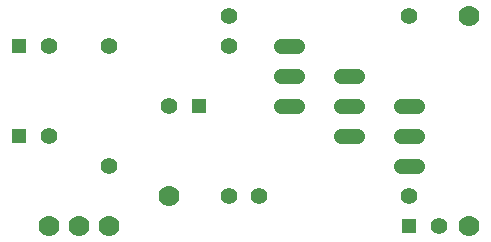
<source format=gtl>
G75*
%MOIN*%
%OFA0B0*%
%FSLAX25Y25*%
%IPPOS*%
%LPD*%
%AMOC8*
5,1,8,0,0,1.08239X$1,22.5*
%
%ADD10C,0.05543*%
%ADD11R,0.04756X0.04756*%
%ADD12C,0.07000*%
%ADD13C,0.05150*%
D10*
X0056016Y0060337D03*
X0036016Y0070337D03*
X0076016Y0080337D03*
X0056016Y0100337D03*
X0036016Y0100337D03*
X0096016Y0100337D03*
X0096016Y0110337D03*
X0156016Y0110337D03*
X0156016Y0050337D03*
X0166016Y0040337D03*
X0106016Y0050337D03*
X0096016Y0050337D03*
D11*
X0086016Y0080337D03*
X0026016Y0070337D03*
X0026016Y0100337D03*
X0156016Y0040337D03*
D12*
X0036016Y0040337D03*
X0046016Y0040337D03*
X0056016Y0040337D03*
X0076016Y0050337D03*
X0176016Y0040337D03*
X0176016Y0110337D03*
D13*
X0138591Y0090337D02*
X0133442Y0090337D01*
X0133442Y0080337D02*
X0138591Y0080337D01*
X0138591Y0070337D02*
X0133442Y0070337D01*
X0118591Y0080337D02*
X0113442Y0080337D01*
X0113442Y0090337D02*
X0118591Y0090337D01*
X0118591Y0100337D02*
X0113442Y0100337D01*
X0153442Y0080337D02*
X0158591Y0080337D01*
X0158591Y0070337D02*
X0153442Y0070337D01*
X0153442Y0060337D02*
X0158591Y0060337D01*
M02*

</source>
